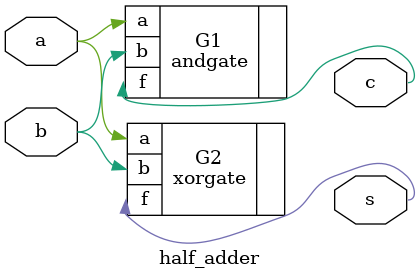
<source format=sv>
`timescale 1ns / 1ps


module half_adder(
    input logic a,
    input logic b,
    output logic s,
    output logic c
    );
    
    andgate G1(.f(c), .a(a), .b(b));
    xorgate G2(.f(s), .a(a), .b(b));
    
endmodule

</source>
